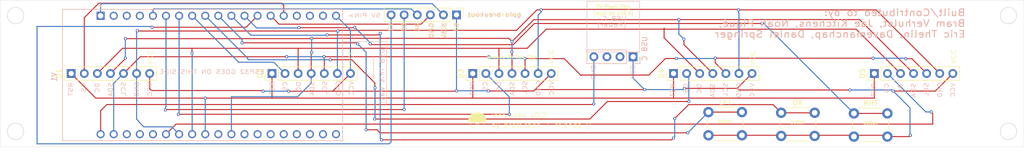
<source format=kicad_pcb>
(kicad_pcb (version 20240108) (generator "pcbnew") (generator_version "8.0")
  (layers (0 "F.Cu" signal) (31 "B.Cu" signal) (34 "B.Paste" user) (35 "F.Paste" user) (36 "B.SilkS" user "B.Silkscreen") (37 "F.SilkS" user "F.Silkscreen") (38 "B.Mask" user) (39 "F.Mask" user) (44 "Edge.Cuts" user))
  (net 0 "")
  (net 1 "Net-(U1-vcc)")
  (net 2 "Net-(V1-GND2)")
  (net 3 "Net-(V1-IO18)")
  (net 4 "Net-(V1-IO23)")
  (net 5 "Net-(V1-IO17)")
  (net 6 "Net-(V1-IO13)")
  (net 7 "Net-(V1-IO19)")
  (net 8 "Net-(V1-IO33)")
  (net 9 "Net-(V1-IO32)")
  (net 10 "Net-(V1-IO25)")
  (net 11 "Net-(V1-IO21)")
  (net 12 "Net-(V1-IO27)")
  (net 13 "Net-(V1-IO26)")
  (net 14 "Net-(V1-IO14)")
  (net 17 "Net-(USBPower1-GND)")
  (net 24 "Net-(U1-gpio12)")
  (net 28 "Net-(U1-gipo34)")
  (net 33 "Net-(U1-3.3v)")
  (net 34 "Net-(U1-gpio35)")
  (net 40 "Net-(U1-GND)")
  (footprint "Connector_PinHeader_2.54mm:PinHeader_1x07_P2.54mm_Vertical" (layer "F.Cu") (at 203.4625 74.25 90)
    (property "Reference" "D5" (at 0 -2.33 -90) (layer "F.SilkS"))
    (property "Value" "~")
    (pad "1" thru_hole rect (at 0 0 90) (size 1.7 1.7) (drill 1) (layers "*.Cu" "*.Mask") (net 3 "Net-(V1-IO18)"))
    (pad "2" thru_hole oval (at 0 2.54 90) (size 1.7 1.7) (drill 1) (layers "*.Cu" "*.Mask") (net 11 "Net-(V1-IO21)"))
    (pad "3" thru_hole oval (at 0 5.08 90) (size 1.7 1.7) (drill 1) (layers "*.Cu" "*.Mask") (net 7 "Net-(V1-IO19)"))
    (pad "4" thru_hole oval (at 0 7.62 90) (size 1.7 1.7) (drill 1) (layers "*.Cu" "*.Mask") (net 5 "Net-(V1-IO17)"))
    (pad "5" thru_hole oval (at 0 10.16 90) (size 1.7 1.7) (drill 1) (layers "*.Cu" "*.Mask") (net 4 "Net-(V1-IO23)"))
    (pad "6" thru_hole oval (at 0 12.7 90) (size 1.7 1.7) (drill 1) (layers "*.Cu" "*.Mask") (net 2 "Net-(V1-GND2)"))
    (pad "7" thru_hole oval (at 0 15.24 90) (size 1.7 1.7) (drill 1) (layers "*.Cu" "*.Mask") (net 1 "Net-(U1-vcc)"))
  )
  (footprint "New folder:beaniegraphioc" (layer "F.Cu") (at 126.36 83.35)
    (property "Reference" "G*" (hide yes))
    (property "Value" "LOGO" (hide yes))
  )
  (footprint "Connector_PinHeader_2.54mm:PinHeader_1x06_P2.54mm_Vertical" (layer "F.Cu") (at 122.32 62.86 -90)
    (property "Reference" "U1" (hide yes))
    (property "Value" "~")
    (pad "1" thru_hole rect (at 0 0 270) (size 1.7 1.7) (drill 1) (layers "*.Cu" "*.Mask") (net 1 "Net-(U1-vcc)"))
    (pad "2" thru_hole oval (at 0 2.54 270) (size 1.7 1.7) (drill 1) (layers "*.Cu" "*.Mask") (net 33 "Net-(U1-3.3v)"))
    (pad "3" thru_hole oval (at 0 5.08 270) (size 1.7 1.7) (drill 1) (layers "*.Cu" "*.Mask") (net 40 "Net-(U1-GND)"))
    (pad "4" thru_hole oval (at 0 7.62 270) (size 1.7 1.7) (drill 1) (layers "*.Cu" "*.Mask") (net 28 "Net-(U1-gipo34)"))
    (pad "5" thru_hole oval (at 0 10.16 270) (size 1.7 1.7) (drill 1) (layers "*.Cu" "*.Mask") (net 34 "Net-(U1-gpio35)"))
    (pad "6" thru_hole oval (at 0 12.7 270) (size 1.7 1.7) (drill 1) (layers "*.Cu" "*.Mask") (net 24 "Net-(U1-gpio12)"))
  )
  (footprint "Connector_PinHeader_2.54mm:PinHeader_1x07_P2.54mm_Vertical" (layer "F.Cu") (at 125.48 74.25 90)
    (property "Reference" "D3" (at 0 -2.33 -90) (layer "F.SilkS"))
    (property "Value" "~")
    (pad "1" thru_hole rect (at 0 0 90) (size 1.7 1.7) (drill 1) (layers "*.Cu" "*.Mask") (net 3 "Net-(V1-IO18)"))
    (pad "2" thru_hole oval (at 0 2.54 90) (size 1.7 1.7) (drill 1) (layers "*.Cu" "*.Mask") (net 9 "Net-(V1-IO32)"))
    (pad "3" thru_hole oval (at 0 5.08 90) (size 1.7 1.7) (drill 1) (layers "*.Cu" "*.Mask") (net 7 "Net-(V1-IO19)"))
    (pad "4" thru_hole oval (at 0 7.62 90) (size 1.7 1.7) (drill 1) (layers "*.Cu" "*.Mask") (net 5 "Net-(V1-IO17)"))
    (pad "5" thru_hole oval (at 0 10.16 90) (size 1.7 1.7) (drill 1) (layers "*.Cu" "*.Mask") (net 4 "Net-(V1-IO23)"))
    (pad "6" thru_hole oval (at 0 12.7 90) (size 1.7 1.7) (drill 1) (layers "*.Cu" "*.Mask") (net 2 "Net-(V1-GND2)"))
    (pad "7" thru_hole oval (at 0 15.24 90) (size 1.7 1.7) (drill 1) (layers "*.Cu" "*.Mask") (net 1 "Net-(U1-vcc)"))
  )
  (footprint "Button_Switch_THT:SW_PUSH_6mm_H5mm" (layer "F.Cu") (at 199.5 82)
    (property "Reference" "RHT" (at 3.25 -2 0) (layer "F.SilkS"))
    (property "Value" "SW_Push")
    (pad "1" thru_hole circle (at 0 0 90) (size 2 2) (drill 1.1) (layers "*.Cu" "*.Mask") (net 14 "Net-(V1-IO14)"))
    (pad "1" thru_hole circle (at 6.5 0 90) (size 2 2) (drill 1.1) (layers "*.Cu" "*.Mask") (net 14 "Net-(V1-IO14)"))
    (pad "2" thru_hole circle (at 0 4.5 90) (size 2 2) (drill 1.1) (layers "*.Cu" "*.Mask") (net 1 "Net-(U1-vcc)"))
    (pad "2" thru_hole circle (at 6.5 4.5 90) (size 2 2) (drill 1.1) (layers "*.Cu" "*.Mask") (net 1 "Net-(U1-vcc)"))
  )
  (footprint "Connector_PinHeader_2.54mm:PinHeader_1x07_P2.54mm_Vertical" (layer "F.Cu") (at 164.47125 74.25 90)
    (property "Reference" "D4" (at 0 -2.33 -90) (layer "F.SilkS"))
    (property "Value" "~")
    (pad "1" thru_hole rect (at 0 0 90) (size 1.7 1.7) (drill 1) (layers "*.Cu" "*.Mask") (net 3 "Net-(V1-IO18)"))
    (pad "2" thru_hole oval (at 0 2.54 90) (size 1.7 1.7) (drill 1) (layers "*.Cu" "*.Mask") (net 10 "Net-(V1-IO25)"))
    (pad "3" thru_hole oval (at 0 5.08 90) (size 1.7 1.7) (drill 1) (layers "*.Cu" "*.Mask") (net 7 "Net-(V1-IO19)"))
    (pad "4" thru_hole oval (at 0 7.62 90) (size 1.7 1.7) (drill 1) (layers "*.Cu" "*.Mask") (net 5 "Net-(V1-IO17)"))
    (pad "5" thru_hole oval (at 0 10.16 90) (size 1.7 1.7) (drill 1) (layers "*.Cu" "*.Mask") (net 4 "Net-(V1-IO23)"))
    (pad "6" thru_hole oval (at 0 12.7 90) (size 1.7 1.7) (drill 1) (layers "*.Cu" "*.Mask") (net 2 "Net-(V1-GND2)"))
    (pad "7" thru_hole oval (at 0 15.24 90) (size 1.7 1.7) (drill 1) (layers "*.Cu" "*.Mask") (net 1 "Net-(U1-vcc)"))
  )
  (footprint "Button_Switch_THT:SW_PUSH_6mm_H5mm" (layer "F.Cu") (at 185.375 81.875)
    (property "Reference" "OK" (at 3.25 -2 0) (layer "F.SilkS"))
    (property "Value" "SW_Push")
    (pad "1" thru_hole circle (at 0 0 90) (size 2 2) (drill 1.1) (layers "*.Cu" "*.Mask") (net 12 "Net-(V1-IO27)"))
    (pad "1" thru_hole circle (at 6.5 0 90) (size 2 2) (drill 1.1) (layers "*.Cu" "*.Mask") (net 12 "Net-(V1-IO27)"))
    (pad "2" thru_hole circle (at 0 4.5 90) (size 2 2) (drill 1.1) (layers "*.Cu" "*.Mask") (net 1 "Net-(U1-vcc)"))
    (pad "2" thru_hole circle (at 6.5 4.5 90) (size 2 2) (drill 1.1) (layers "*.Cu" "*.Mask") (net 1 "Net-(U1-vcc)"))
  )
  (footprint "Connector_PinHeader_2.54mm:PinHeader_1x07_P2.54mm_Vertical" (layer "F.Cu") (at 86.48875 74.25 90)
    (property "Reference" "D2" (at 0 -2.33 -90) (layer "F.SilkS"))
    (property "Value" "~")
    (pad "1" thru_hole rect (at 0 0 90) (size 1.7 1.7) (drill 1) (layers "*.Cu" "*.Mask") (net 3 "Net-(V1-IO18)"))
    (pad "2" thru_hole oval (at 0 2.54 90) (size 1.7 1.7) (drill 1) (layers "*.Cu" "*.Mask") (net 8 "Net-(V1-IO33)"))
    (pad "3" thru_hole oval (at 0 5.08 90) (size 1.7 1.7) (drill 1) (layers "*.Cu" "*.Mask") (net 7 "Net-(V1-IO19)"))
    (pad "4" thru_hole oval (at 0 7.62 90) (size 1.7 1.7) (drill 1) (layers "*.Cu" "*.Mask") (net 5 "Net-(V1-IO17)"))
    (pad "5" thru_hole oval (at 0 10.16 90) (size 1.7 1.7) (drill 1) (layers "*.Cu" "*.Mask") (net 4 "Net-(V1-IO23)"))
    (pad "6" thru_hole oval (at 0 12.7 90) (size 1.7 1.7) (drill 1) (layers "*.Cu" "*.Mask") (net 2 "Net-(V1-GND2)"))
    (pad "7" thru_hole oval (at 0 15.24 90) (size 1.7 1.7) (drill 1) (layers "*.Cu" "*.Mask") (net 1 "Net-(U1-vcc)"))
  )
  (footprint "Connector_PinHeader_2.54mm:PinHeader_1x07_P2.54mm_Vertical" (layer "F.Cu") (at 47.4975 74.25 90)
    (property "Reference" "D1" (at 0 -2.33 -90) (layer "F.SilkS"))
    (property "Value" "~")
    (pad "1" thru_hole rect (at 0 0 90) (size 1.7 1.7) (drill 1) (layers "*.Cu" "*.Mask") (net 3 "Net-(V1-IO18)"))
    (pad "2" thru_hole oval (at 0 2.54 90) (size 1.7 1.7) (drill 1) (layers "*.Cu" "*.Mask") (net 6 "Net-(V1-IO13)"))
    (pad "3" thru_hole oval (at 0 5.08 90) (size 1.7 1.7) (drill 1) (layers "*.Cu" "*.Mask") (net 7 "Net-(V1-IO19)"))
    (pad "4" thru_hole oval (at 0 7.62 90) (size 1.7 1.7) (drill 1) (layers "*.Cu" "*.Mask") (net 5 "Net-(V1-IO17)"))
    (pad "5" thru_hole oval (at 0 10.16 90) (size 1.7 1.7) (drill 1) (layers "*.Cu" "*.Mask") (net 4 "Net-(V1-IO23)"))
    (pad "6" thru_hole oval (at 0 12.7 90) (size 1.7 1.7) (drill 1) (layers "*.Cu" "*.Mask") (net 2 "Net-(V1-GND2)"))
    (pad "7" thru_hole oval (at 0 15.24 90) (size 1.7 1.7) (drill 1) (layers "*.Cu" "*.Mask") (net 1 "Net-(U1-vcc)"))
  )
  (footprint "Button_Switch_THT:SW_PUSH_6mm_H5mm" (layer "F.Cu") (at 171.25 81.75)
    (property "Reference" "LFT" (at 3.25 -2 0) (layer "F.SilkS"))
    (property "Value" "SW_Push")
    (pad "1" thru_hole circle (at 0 0 90) (size 2 2) (drill 1.1) (layers "*.Cu" "*.Mask") (net 13 "Net-(V1-IO26)"))
    (pad "1" thru_hole circle (at 6.5 0 90) (size 2 2) (drill 1.1) (layers "*.Cu" "*.Mask") (net 13 "Net-(V1-IO26)"))
    (pad "2" thru_hole circle (at 0 4.5 90) (size 2 2) (drill 1.1) (layers "*.Cu" "*.Mask") (net 1 "Net-(U1-vcc)"))
    (pad "2" thru_hole circle (at 6.5 4.5 90) (size 2 2) (drill 1.1) (layers "*.Cu" "*.Mask") (net 1 "Net-(U1-vcc)"))
  )
  (footprint "Connector_PinHeader_2.54mm:PinHeader_1x04_P2.54mm_Vertical" (layer "B.Cu") (at 156.615 71 90)
    (property "Reference" "USB C" (at 1.59 2.235 -90) (layer "B.SilkS") (effects (justify mirror)))
    (property "Value" "~")
    (pad "1" thru_hole rect (at 0 0 90) (size 1.7 1.7) (drill 1) (layers "*.Cu" "*.Mask") (net 1 "Net-(U1-vcc)"))
    (pad "2" thru_hole oval (at 0 -2.54 90) (size 1.7 1.7) (drill 1) (layers "*.Cu" "*.Mask"))
    (pad "3" thru_hole oval (at 0 -5.08 90) (size 1.7 1.7) (drill 1) (layers "*.Cu" "*.Mask"))
    (pad "4" thru_hole oval (at 0 -7.62 90) (size 1.7 1.7) (drill 1) (layers "*.Cu" "*.Mask") (net 17 "Net-(USBPower1-GND)"))
  )
  (footprint "New folder:38 Pin Board" (layer "B.Cu") (at 72.97 75.7375 -90)
    (property "Reference" "V1" (at -0.8 28.8 90) (layer "B.SilkS") (effects (font (size 1.000386 1.000386)) (justify mirror)))
    (property "Value" "ESP32-DEVKITC-32D")
    (pad "J2-1" thru_hole rect (at -12.7 19.76 270) (size 1.56 1.56) (drill 1.04) (layers "*.Cu" "*.Mask") (net 33 "Net-(U1-3.3v)"))
    (pad "J2-2" thru_hole circle (at -12.7 17.22 270) (size 1.56 1.56) (drill 1.04) (layers "*.Cu" "*.Mask"))
    (pad "J2-3" thru_hole circle (at -12.7 14.68 270) (size 1.56 1.56) (drill 1.04) (layers "*.Cu" "*.Mask"))
    (pad "J2-4" thru_hole circle (at -12.7 12.14 270) (size 1.56 1.56) (drill 1.04) (layers "*.Cu" "*.Mask"))
    (pad "J2-5" thru_hole circle (at -12.7 9.6 270) (size 1.56 1.56) (drill 1.04) (layers "*.Cu" "*.Mask") (net 28 "Net-(U1-gipo34)"))
    (pad "J2-6" thru_hole circle (at -12.7 7.06 270) (size 1.56 1.56) (drill 1.04) (layers "*.Cu" "*.Mask") (net 34 "Net-(U1-gpio35)"))
    (pad "J2-7" thru_hole circle (at -12.7 4.52 270) (size 1.56 1.56) (drill 1.04) (layers "*.Cu" "*.Mask") (net 9 "Net-(V1-IO32)"))
    (pad "J2-8" thru_hole circle (at -12.7 1.98 270) (size 1.56 1.56) (drill 1.04) (layers "*.Cu" "*.Mask") (net 8 "Net-(V1-IO33)"))
    (pad "J2-9" thru_hole circle (at -12.7 -0.56 270) (size 1.56 1.56) (drill 1.04) (layers "*.Cu" "*.Mask") (net 10 "Net-(V1-IO25)"))
    (pad "J2-10" thru_hole circle (at -12.7 -3.1 270) (size 1.56 1.56) (drill 1.04) (layers "*.Cu" "*.Mask") (net 13 "Net-(V1-IO26)"))
    (pad "J2-11" thru_hole circle (at -12.7 -5.64 270) (size 1.56 1.56) (drill 1.04) (layers "*.Cu" "*.Mask") (net 12 "Net-(V1-IO27)"))
    (pad "J2-12" thru_hole circle (at -12.7 -8.18 270) (size 1.56 1.56) (drill 1.04) (layers "*.Cu" "*.Mask") (net 14 "Net-(V1-IO14)"))
    (pad "J2-13" thru_hole circle (at -12.7 -10.72 270) (size 1.56 1.56) (drill 1.04) (layers "*.Cu" "*.Mask") (net 24 "Net-(U1-gpio12)"))
    (pad "J2-14" thru_hole circle (at -12.7 -13.26 270) (size 1.56 1.56) (drill 1.04) (layers "*.Cu" "*.Mask") (net 40 "Net-(U1-GND)"))
    (pad "J2-15" thru_hole circle (at -12.7 -15.8 270) (size 1.56 1.56) (drill 1.04) (layers "*.Cu" "*.Mask") (net 6 "Net-(V1-IO13)"))
    (pad "J2-16" thru_hole circle (at -12.7 -18.34 270) (size 1.56 1.56) (drill 1.04) (layers "*.Cu" "*.Mask"))
    (pad "J2-17" thru_hole circle (at -12.7 -20.88 270) (size 1.56 1.56) (drill 1.04) (layers "*.Cu" "*.Mask"))
    (pad "J2-18" thru_hole circle (at -12.7 -23.42 270) (size 1.56 1.56) (drill 1.04) (layers "*.Cu" "*.Mask"))
    (pad "J2-19" thru_hole circle (at -12.7 -25.96 270) (size 1.56 1.56) (drill 1.04) (layers "*.Cu" "*.Mask") (net 1 "Net-(U1-vcc)"))
    (pad "J3-1" thru_hole circle (at 10.3 19.76 270) (size 1.56 1.56) (drill 1.04) (layers "*.Cu" "*.Mask") (net 17 "Net-(USBPower1-GND)"))
    (pad "J3-2" thru_hole circle (at 10.3 17.22 270) (size 1.56 1.56) (drill 1.04) (layers "*.Cu" "*.Mask") (net 4 "Net-(V1-IO23)"))
    (pad "J3-3" thru_hole circle (at 10.3 14.68 270) (size 1.56 1.56) (drill 1.04) (layers "*.Cu" "*.Mask"))
    (pad "J3-4" thru_hole circle (at 10.3 12.14 270) (size 1.56 1.56) (drill 1.04) (layers "*.Cu" "*.Mask"))
    (pad "J3-5" thru_hole circle (at 10.3 9.6 270) (size 1.56 1.56) (drill 1.04) (layers "*.Cu" "*.Mask"))
    (pad "J3-6" thru_hole circle (at 10.3 7.06 270) (size 1.56 1.56) (drill 1.04) (layers "*.Cu" "*.Mask") (net 11 "Net-(V1-IO21)"))
    (pad "J3-7" thru_hole circle (at 10.3 4.52 270) (size 1.56 1.56) (drill 1.04) (layers "*.Cu" "*.Mask") (net 2 "Net-(V1-GND2)"))
    (pad "J3-8" thru_hole circle (at 10.3 1.98 270) (size 1.56 1.56) (drill 1.04) (layers "*.Cu" "*.Mask") (net 7 "Net-(V1-IO19)"))
    (pad "J3-9" thru_hole circle (at 10.3 -0.56 270) (size 1.56 1.56) (drill 1.04) (layers "*.Cu" "*.Mask") (net 3 "Net-(V1-IO18)"))
    (pad "J3-10" thru_hole circle (at 10.3 -3.1 270) (size 1.56 1.56) (drill 1.04) (layers "*.Cu" "*.Mask"))
    (pad "J3-11" thru_hole circle (at 10.3 -5.64 270) (size 1.56 1.56) (drill 1.04) (layers "*.Cu" "*.Mask") (net 5 "Net-(V1-IO17)"))
    (pad "J3-12" thru_hole circle (at 10.3 -8.18 270) (size 1.56 1.56) (drill 1.04) (layers "*.Cu" "*.Mask"))
    (pad "J3-13" thru_hole circle (at 10.3 -10.72 270) (size 1.56 1.56) (drill 1.04) (layers "*.Cu" "*.Mask"))
    (pad "J3-14" thru_hole circle (at 10.3 -13.26 270) (size 1.56 1.56) (drill 1.04) (layers "*.Cu" "*.Mask"))
    (pad "J3-15" thru_hole circle (at 10.3 -15.8 270) (size 1.56 1.56) (drill 1.04) (layers "*.Cu" "*.Mask"))
    (pad "J3-16" thru_hole circle (at 10.3 -18.34 270) (size 1.56 1.56) (drill 1.04) (layers "*.Cu" "*.Mask"))
    (pad "J3-17" thru_hole circle (at 10.3 -20.88 270) (size 1.56 1.56) (drill 1.04) (layers "*.Cu" "*.Mask"))
    (pad "J3-18" thru_hole circle (at 10.3 -23.42 270) (size 1.56 1.56) (drill 1.04) (layers "*.Cu" "*.Mask"))
    (pad "J3-19" thru_hole circle (at 10.3 -25.96 270) (size 1.56 1.56) (drill 1.04) (layers "*.Cu" "*.Mask"))
  )
  (gr_rect (start 100.245 68.05) (end 108.715 80.3725) (stroke (width 0.1)) (fill none) (layer "B.SilkS"))
  (gr_rect (start 147.64 60.23) (end 157.88 70.08) (stroke (width 0.1)) (fill none) (layer "B.SilkS"))
  (gr_circle (center 36.696 85.5) (end 38.296 85.5) (stroke (width 0.1)) (fill none) (layer "Edge.Cuts"))
  (gr_circle (center 229.514 63) (end 231.114 63) (stroke (width 0.1)) (fill none) (layer "Edge.Cuts"))
  (gr_circle (center 36.696 63) (end 38.296 63) (stroke (width 0.1)) (fill none) (layer "Edge.Cuts"))
  (gr_circle (center 229.514 85.5) (end 231.114 85.5) (stroke (width 0.1)) (fill none) (layer "Edge.Cuts"))
  (gr_rect (start 33.696 60) (end 232.514 88.5) (stroke (width 0.05)) (fill none) (layer "Edge.Cuts"))
  (gr_text "12" (at 109.94 64.11 90) (layer "B.SilkS") (effects (font (size 0.8 1) (thickness 0.1)) (justify left bottom mirror)))
  (gr_text "DC" (at 53.02 75.97 90) (layer "B.SilkS") (effects (font (size 0.8 1) (thickness 0.1)) (justify left bottom mirror)))
  (gr_text "USB C\n(Power)\n\n" (at 155.42 66.62 0) (layer "B.SilkS") (effects (font (size 0.8 1) (thickness 0.1)) (justify left bottom mirror)))
  (gr_text "GND" (at 60.7 75.72 90) (layer "B.SilkS") (effects (font (size 0.8 1) (thickness 0.1)) (justify left bottom mirror)))
  (gr_text "5V PIN>" (at 107.63 63.44 0) (layer "B.SilkS") (effects (font (size 0.8 1) (thickness 0.1)) (justify left bottom mirror)))
  (gr_text "GND" (at 138.7 75.5 90) (layer "B.SilkS") (effects (font (size 0.8 1) (thickness 0.1)) (justify left bottom mirror)))
  (gr_text "RST\n" (at 87.01 75.7 90) (layer "B.SilkS") (effects (font (size 0.8 1) (thickness 0.1)) (justify left bottom mirror)))
  (gr_text "RST\n" (at 164.8 76.08 90) (layer "B.SilkS") (effects (font (size 0.8 1) (thickness 0.1)) (justify left bottom mirror)))
  (gr_text "GND" (at 216.63 75.85 90) (layer "B.SilkS") (effects (font (size 0.8 1) (thickness 0.1)) (justify left bottom mirror)))
  (gr_text "34\n" (at 115.22 64.28 90) (layer "B.SilkS") (effects (font (size 0.8 1) (thickness 0.1)) (justify left bottom mirror)))
  (gr_text "DC" (at 169.94 76.14 90) (layer "B.SilkS") (effects (font (size 0.8 1) (thickness 0.1)) (justify left bottom mirror)))
  (gr_text "35" (at 112.69 64.19 90) (layer "B.SilkS") (effects (font (size 0.8 1) (thickness 0.1)) (justify left bottom mirror)))
  (gr_text "VCC" (at 156.06 75.48 -90) (layer "B.SilkS") (effects (font (size 0.8 1) (thickness 0.1)) (justify left bottom mirror)))
  (gr_text "SCL" (at 58.1 75.78 90) (layer "B.SilkS") (effects (font (size 0.8 1) (thickness 0.1)) (justify left bottom mirror)))
  (gr_text "SCL" (at 97.23 75.57 90) (layer "B.SilkS") (effects (font (size 0.8 1) (thickness 0.1)) (justify left bottom mirror)))
  (gr_text "VCC" (at 141.25 75.6 90) (layer "B.SilkS") (effects (font (size 0.8 1) (thickness 0.1)) (justify left bottom mirror)))
  (gr_text "VCC" (at 219.18 75.95 90) (layer "B.SilkS") (effects (font (size 0.8 1) (thickness 0.1)) (justify left bottom mirror)))
  (gr_text "GND\n" (at 148.42 75.57 270) (layer "B.SilkS") (effects (font (size 0.8 1) (thickness 0.1)) (justify left bottom mirror)))
  (gr_text "SDA" (at 172.54 76.08 90) (layer "B.SilkS") (effects (font (size 0.8 1) (thickness 0.1)) (justify left bottom mirror)))
  (gr_text "CS" (at 128.36 75.69 90) (layer "B.SilkS") (effects (font (size 0.8 1) (thickness 0.1)) (justify left bottom mirror)))
  (gr_text "SDA" (at 94.75 75.7 90) (layer "B.SilkS") (effects (font (size 0.8 1) (thickness 0.1)) (justify left bottom mirror)))
  (gr_text "DC" (at 131.02 75.75 90) (layer "B.SilkS") (effects (font (size 0.8 1) (thickness 0.1)) (justify left bottom mirror)))
  (gr_text "SCL" (at 214.03 75.91 90) (layer "B.SilkS") (effects (font (size 0.8 1) (thickness 0.1)) (justify left bottom mirror)))
  (gr_text "VCC" (at 63.25 75.82 90) (layer "B.SilkS") (effects (font (size 0.8 1) (thickness 0.1)) (justify left bottom mirror)))
  (gr_text "CS" (at 89.49 75.7 90) (layer "B.SilkS") (effects (font (size 0.8 1) (thickness 0.1)) (justify left bottom mirror)))
  (gr_text "SCL" (at 136.1 75.56 90) (layer "B.SilkS") (effects (font (size 0.8 1) (thickness 0.1)) (justify left bottom mirror)))
  (gr_text "CS" (at 206.29 76.04 90) (layer "B.SilkS") (effects (font (size 0.8 1) (thickness 0.1)) (justify left bottom mirror)))
  (gr_text "VCC" (at 102.38 75.61 90) (layer "B.SilkS") (effects (font (size 0.8 1) (thickness 0.1)) (justify left bottom mirror)))
  (gr_text "Built/Contributed to by:\nBram Verhulst, Jae Kitchens, Noah Piqué,\nEric Thelin, Davemanchap, Daniel Springer\n" (at 221.26 67.37 0) (layer "B.SilkS") (effects (font (size 1.3 1.5) (thickness 0.2)) (justify left bottom mirror)))
  (gr_text "CS" (at 50.36 75.91 90) (layer "B.SilkS") (effects (font (size 0.8 1) (thickness 0.1)) (justify left bottom mirror)))
  (gr_text "5v\n" (at 122.78 64.34 90) (layer "B.SilkS") (effects (font (size 0.8 1) (thickness 0.1)) (justify left bottom mirror)))
  (gr_text "CS" (at 167.28 76.08 90) (layer "B.SilkS") (effects (font (size 0.8 1) (thickness 0.1)) (justify left bottom mirror)))
  (gr_text "SDA" (at 211.55 76.04 90) (layer "B.SilkS") (effects (font (size 0.8 1) (thickness 0.1)) (justify left bottom mirror)))
  (gr_text "GND" (at 177.62 75.89 90) (layer "B.SilkS") (effects (font (size 0.8 1) (thickness 0.1)) (justify left bottom mirror)))
  (gr_text "RST\n" (at 125.88 75.69 90) (layer "B.SilkS") (effects (font (size 0.8 1) (thickness 0.1)) (justify left bottom mirror)))
  (gr_text "GND" (at 99.83 75.51 90) (layer "B.SilkS") (effects (font (size 0.8 1) (thickness 0.1)) (justify left bottom mirror)))
  (gr_text "VCC" (at 180.17 75.99 90) (layer "B.SilkS") (effects (font (size 0.8 1) (thickness 0.1)) (justify left bottom mirror)))
  (gr_text "SCL" (at 175.02 75.95 90) (layer "B.SilkS") (effects (font (size 0.8 1) (thickness 0.1)) (justify left bottom mirror)))
  (gr_text "3.3v\n" (at 120.39 64.22 90) (layer "B.SilkS") (effects (font (size 0.8 1) (thickness 0.1)) (justify left bottom mirror)))
  (gr_text "SDA" (at 133.62 75.69 90) (layer "B.SilkS") (effects (font (size 0.8 1) (thickness 0.1)) (justify left bottom mirror)))
  (gr_text "GND\n" (at 117.94 64.36 90) (layer "B.SilkS") (effects (font (size 0.8 1) (thickness 0.1)) (justify left bottom mirror)))
  (gr_text "DC" (at 208.95 76.1 90) (layer "B.SilkS") (effects (font (size 0.8 1) (thickness 0.1)) (justify left bottom mirror)))
  (gr_text "ESP32 GOES ON THIS SIDE" (at 85.07 74.39 0) (layer "B.SilkS") (effects (font (size 0.8 1) (thickness 0.1)) (justify left bottom mirror)))
  (gr_text "RST\n" (at 203.81 76.04 90) (layer "B.SilkS") (effects (font (size 0.8 1) (thickness 0.1)) (justify left bottom mirror)))
  (gr_text "^^^^^^^^^^^^^\n!USB This Way!\n" (at 108.38 74.45 90) (layer "B.SilkS") (effects (font (size 0.8 1) (thickness 0.1)) (justify bottom mirror)))
  (gr_text "SDA" (at 55.62 75.91 90) (layer "B.SilkS") (effects (font (size 0.8 1) (thickness 0.1)) (justify left bottom mirror)))
  (gr_text "gpio breakout" (at 135 63.28 0) (layer "B.SilkS") (effects (font (size 0.8 1) (thickness 0.1)) (justify left bottom mirror)))
  (gr_text "DC" (at 92.15 75.76 90) (layer "B.SilkS") (effects (font (size 0.8 1) (thickness 0.1)) (justify left bottom mirror)))
  (gr_text "RST\n" (at 47.88 75.91 90) (layer "B.SilkS") (effects (font (size 0.8 1) (thickness 0.1)) (justify left bottom mirror)))
  (gr_text "3.3v\n" (at 120.26 67.48 90) (layer "F.SilkS") (effects (font (size 0.8 1) (thickness 0.1)) (justify left bottom)))
  (gr_text "VCC" (at 102.36 72.48 90) (layer "F.SilkS") (effects (font (size 0.8 1) (thickness 0.1)) (justify left bottom)))
  (gr_text "button\n" (at 174.5 84 0) (layer "F.SilkS") (effects (font (size 0.8 0.6) (thickness 0.1)) (justify bottom)))
  (gr_text "button\n" (at 188.625 84.125 0) (layer "F.SilkS") (effects (font (size 0.8 0.6) (thickness 0.1)) (justify bottom)))
  (gr_text "5V Power Only\n(must be USB A)\n" (at 152.79 63.03 0) (layer "F.SilkS") (effects (font (size 0.8 0.6) (thickness 0.1)) (justify bottom)))
  (gr_text "VCC" (at 63.33 72.56 90) (layer "F.SilkS") (effects (font (size 0.8 1) (thickness 0.1)) (justify left bottom)))
  (gr_text "12" (at 109.98 66.31 90) (layer "F.SilkS") (effects (font (size 0.8 1) (thickness 0.1)) (justify left bottom)))
  (gr_text "34\n" (at 115.14 66.23 90) (layer "F.SilkS") (effects (font (size 0.8 1) (thickness 0.1)) (justify left bottom)))
  (gr_text "VCC" (at 141.2 72.48 90) (layer "F.SilkS") (effects (font (size 0.8 1) (thickness 0.1)) (justify left bottom)))
  (gr_text "5v\n" (at 122.73 66.11 90) (layer "F.SilkS") (effects (font (size 0.8 1) (thickness 0.1)) (justify left bottom)))
  (gr_text "GND\n" (at 117.81 67.34 90) (layer "F.SilkS") (effects (font (size 0.8 1) (thickness 0.1)) (justify left bottom)))
  (gr_text "by brett.tech + friends (:" (at 129.03 84.84 0) (layer "F.SilkS") (effects (font (size 1 1) (thickness 0.1)) (justify left bottom)))
  (gr_text "button\n" (at 202.75 84.25 0) (layer "F.SilkS") (effects (font (size 0.8 0.6) (thickness 0.1)) (justify bottom)))
  (gr_text "gpio breakout" (at 124.37 63.22 0) (layer "F.SilkS") (effects (font (size 0.8 1) (thickness 0.1)) (justify left bottom)))
  (gr_text "Screens On This Side" (at 133.03 71.58 0) (layer "F.SilkS") (effects (font (size 0.8 0.6) (thickness 0.1)) (justify bottom)))
  (gr_text "info orbs v0.2" (at 129.03 82.98 0) (layer "F.SilkS") (effects (font (size 1 1) (thickness 0.1)) (justify left bottom)))
  (gr_text "35" (at 112.55 66.28 90) (layer "F.SilkS") (effects (font (size 0.8 1) (thickness 0.1)) (justify left bottom)))
  (gr_text "VCC" (at 219.36 72.45 90) (layer "F.SilkS") (effects (font (size 0.8 1) (thickness 0.1)) (justify left bottom)))
  (gr_text "VCC" (at 180.28 72.76 90) (layer "F.SilkS") (effects (font (size 0.8 1) (thickness 0.1)) (justify left bottom)))
  (segment (start 207.13 77.66) (end 215.2925 77.66) (width 0.2) (layer "F.Cu") (net 1))
  (segment (start 98.28875 77.69) (end 101.72875 74.25) (width 0.2) (layer "F.Cu") (net 1))
  (segment (start 62.7375 74.25) (end 62.7375 77.2275) (width 0.2) (layer "F.Cu") (net 1))
  (segment (start 205.75 86.25) (end 206 86.5) (width 0.2) (layer "F.Cu") (net 1))
  (segment (start 62.7375 77.2275) (end 63.07 77.56) (width 0.2) (layer "F.Cu") (net 1))
  (segment (start 176.82125 77.14) (end 179.71125 74.25) (width 0.2) (layer "F.Cu") (net 1))
  (segment (start 89.72 77.69) (end 98.28875 77.69) (width 0.2) (layer "F.Cu") (net 1))
  (segment (start 206 86.5) (end 210.21 86.5) (width 0.2) (layer "F.Cu") (net 1))
  (segment (start 171.25 86.25) (end 205.75 86.25) (width 0.2) (layer "F.Cu") (net 1))
  (segment (start 128.5 77.64) (end 137.33 77.64) (width 0.2) (layer "F.Cu") (net 1))
  (segment (start 84.62 77.56) (end 84.75 77.69) (width 0.2) (layer "F.Cu") (net 1))
  (segment (start 137.6 77.37) (end 158.84 77.37) (width 0.2) (layer "F.Cu") (net 1))
  (segment (start 98.28875 77.69) (end 122.22 77.69) (width 0.2) (layer "F.Cu") (net 1))
  (segment (start 177.13125 77.45) (end 198.73 77.45) (width 0.2) (layer "F.Cu") (net 1))
  (segment (start 176.82125 77.14) (end 177.13125 77.45) (width 0.2) (layer "F.Cu") (net 1))
  (segment (start 137.33 77.64) (end 137.6 77.37) (width 0.2) (layer "F.Cu") (net 1))
  (segment (start 215.2925 77.66) (end 218.7025 74.25) (width 0.2) (layer "F.Cu") (net 1))
  (segment (start 122.22 77.69) (end 122.31 77.6) (width 0.2) (layer "F.Cu") (net 1))
  (segment (start 166.59 77.14) (end 176.82125 77.14) (width 0.2) (layer "F.Cu") (net 1))
  (segment (start 63.07 77.56) (end 84.62 77.56) (width 0.2) (layer "F.Cu") (net 1))
  (segment (start 210.21 86.5) (end 210.45 86.26) (width 0.2) (layer "F.Cu") (net 1))
  (segment (start 137.33 77.64) (end 140.72 74.25) (width 0.2) (layer "F.Cu") (net 1))
  (via (at 158.84 77.37) (size 0.6) (drill 0.3) (layers "F.Cu" "B.Cu") (net 1))
  (via (at 198.73 77.45) (size 0.6) (drill 0.3) (layers "F.Cu" "B.Cu") (net 1))
  (via (at 210.45 86.26) (size 0.6) (drill 0.3) (layers "F.Cu" "B.Cu") (net 1))
  (via (at 89.72 77.69) (size 0.6) (drill 0.3) (layers "F.Cu" "B.Cu") (net 1))
  (via (at 84.75 77.69) (size 0.6) (drill 0.3) (layers "F.Cu" "B.Cu") (net 1))
  (via (at 128.5 77.64) (size 0.6) (drill 0.3) (layers "F.Cu" "B.Cu") (net 1))
  (via (at 122.31 77.6) (size 0.6) (drill 0.3) (layers "F.Cu" "B.Cu") (net 1))
  (via (at 207.13 77.66) (size 0.6) (drill 0.3) (layers "F.Cu" "B.Cu") (net 1))
  (via (at 166.59 77.14) (size 0.6) (drill 0.3) (layers "F.Cu" "B.Cu") (net 1))
  (segment (start 122.32 77.59) (end 122.31 77.6) (width 0.2) (layer "B.Cu") (net 1))
  (segment (start 166.36 77.37) (end 166.59 77.14) (width 0.2) (layer "B.Cu") (net 1))
  (segment (start 101.72875 65.83625) (end 101.72875 74.25) (width 0.2) (layer "B.Cu") (net 1))
  (segment (start 158.84 77.37) (end 156.615 75.145) (width 0.2) (layer "B.Cu") (net 1))
  (segment (start 206.92 77.45) (end 207.13 77.66) (width 0.2) (layer "B.Cu") (net 1))
  (segment (start 122.32 62.86) (end 122.32 77.59) (width 0.2) (layer "B.Cu") (net 1))
  (segment (start 210.39 80.92) (end 207.13 77.66) (width 0.2) (layer "B.Cu") (net 1))
  (segment (start 158.84 77.37) (end 166.36 77.37) (width 0.2) (layer "B.Cu") (net 1))
  (segment (start 210.39 86.2) (end 210.39 80.92) (width 0.2) (layer "B.Cu") (net 1))
  (segment (start 122.31 77.6) (end 128.46 77.6) (width 0.2) (layer "B.Cu") (net 1))
  (segment (start 128.46 77.6) (end 128.5 77.64) (width 0.2) (layer "B.Cu") (net 1))
  (segment (start 210.45 86.26) (end 210.39 86.2) (width 0.2) (layer "B.Cu") (net 1))
  (segment (start 84.75 77.69) (end 89.72 77.69) (width 0.2) (layer "B.Cu") (net 1))
  (segment (start 98.93 63.0375) (end 101.72875 65.83625) (width 0.2) (layer "B.Cu") (net 1))
  (segment (start 198.73 77.45) (end 206.92 77.45) (width 0.2) (layer "B.Cu") (net 1))
  (segment (start 156.615 75.145) (end 156.615 71) (width 0.2) (layer "B.Cu") (net 1))
  (segment (start 60.38 66) (end 60.34 65.96) (width 0.2) (layer "F.Cu") (net 2))
  (segment (start 99.42 65.87) (end 133.97 65.87) (width 0.2) (layer "F.Cu") (net 2))
  (segment (start 138.85 61.8) (end 138.76 61.89) (width 0.2) (layer "F.Cu") (net 2))
  (segment (start 216.1625 74.25) (end 203.8025 61.89) (width 0.2) (layer "F.Cu") (net 2))
  (segment (start 99.29 66) (end 99.42 65.87) (width 0.2) (layer "F.Cu") (net 2))
  (segment (start 99.29 66) (end 60.38 66) (width 0.2) (layer "F.Cu") (net 2))
  (segment (start 203.8025 61.89) (end 177.1 61.89) (width 0.2) (layer "F.Cu") (net 2))
  (segment (start 177.1 61.89) (end 177.01 61.8) (width 0.2) (layer "F.Cu") (net 2))
  (segment (start 177.01 61.8) (end 138.85 61.8) (width 0.2) (layer "F.Cu") (net 2))
  (segment (start 133.97 65.87) (end 137.95 61.89) (width 0.2) (layer "F.Cu") (net 2))
  (segment (start 137.95 61.89) (end 138.76 61.89) (width 0.2) (layer "F.Cu") (net 2))
  (via (at 99.29 66) (size 0.6) (drill 0.3) (layers "F.Cu" "B.Cu") (net 2))
  (via (at 177.1 61.89) (size 0.6) (drill 0.3) (layers "F.Cu" "B.Cu") (net 2))
  (via (at 138.76 61.89) (size 0.6) (drill 0.3) (layers "F.Cu" "B.Cu") (net 2))
  (via (at 60.34 65.96) (size 0.6) (drill 0.3) (layers "F.Cu" "B.Cu") (net 2))
  (segment (start 99.18875 66.10125) (end 99.18875 74.25) (width 0.2) (layer "B.Cu") (net 2))
  (segment (start 99.29 66) (end 99.18875 66.10125) (width 0.2) (layer "B.Cu") (net 2))
  (segment (start 177.1 62.41) (end 177.17125 62.48125) (width 0.2) (layer "B.Cu") (net 2))
  (segment (start 138.18 62.9) (end 138.18 74.25) (width 0.2) (layer "B.Cu") (net 2))
  (segment (start 60.69 83.6) (end 60.1975 83.1075) (width 0.2) (layer "B.Cu") (net 2))
  (segment (start 177.17125 62.48125) (end 177.17125 74.25) (width 0.2) (layer "B.Cu") (net 2))
  (segment (start 61.59 84.61) (end 60.69 83.71) (width 0.2) (layer "B.Cu") (net 2))
  (segment (start 60.1975 83.1075) (end 60.1975 74.25) (width 0.2) (layer "B.Cu") (net 2))
  (segment (start 138.76 62.32) (end 138.18 62.9) (width 0.2) (layer "B.Cu") (net 2))
  (segment (start 60.34 65.96) (end 60.1975 66.1025) (width 0.2) (layer "B.Cu") (net 2))
  (segment (start 68.45 86.0375) (end 67.0225 84.61) (width 0.2) (layer "B.Cu") (net 2))
  (segment (start 177.1 61.89) (end 177.1 62.41) (width 0.2) (layer "B.Cu") (net 2))
  (segment (start 60.69 83.71) (end 60.69 83.6) (width 0.2) (layer "B.Cu") (net 2))
  (segment (start 60.1975 66.1025) (end 60.1975 74.25) (width 0.2) (layer "B.Cu") (net 2))
  (segment (start 67.0225 84.61) (end 61.59 84.61) (width 0.2) (layer "B.Cu") (net 2))
  (segment (start 138.76 61.89) (end 138.76 62.32) (width 0.2) (layer "B.Cu") (net 2))
  (segment (start 164.41 79.03) (end 203.52 79.03) (width 0.2) (layer "F.Cu") (net 3))
  (segment (start 73.53 79.03) (end 86.48 79.03) (width 0.2) (layer "F.Cu") (net 3))
  (segment (start 86.48875 79.02125) (end 86.48 79.03) (width 0.2) (layer "F.Cu") (net 3))
  (segment (start 125.29 79.03) (end 164.41 79.03) (width 0.2) (layer "F.Cu") (net 3))
  (segment (start 203.52 79.03) (end 203.4625 78.9725) (width 0.2) (layer "F.Cu") (net 3))
  (segment (start 125.48 74.25) (end 125.48 78.84) (width 0.2) (layer "F.Cu") (net 3))
  (segment (start 86.48875 74.25) (end 86.48875 79.02125) (width 0.2) (layer "F.Cu") (net 3))
  (segment (start 52.2775 79.03) (end 73.53 79.03) (width 0.2) (layer "F.Cu") (net 3))
  (segment (start 164.47125 78.96875) (end 164.41 79.03) (width 0.2) (layer "F.Cu") (net 3))
  (segment (start 47.4975 74.25) (end 52.2775 79.03) (width 0.2) (layer "F.Cu") (net 3))
  (segment (start 86.48 79.03) (end 125.29 79.03) (width 0.2) (layer "F.Cu") (net 3))
  (segment (start 164.47125 74.25) (end 164.47125 78.96875) (width 0.2) (layer "F.Cu") (net 3))
  (segment (start 125.48 78.84) (end 125.29 79.03) (width 0.2) (layer "F.Cu") (net 3))
  (segment (start 203.4625 78.9725) (end 203.4625 74.25) (width 0.2) (layer "F.Cu") (net 3))
  (via (at 73.53 79.03) (size 0.6) (drill 0.3) (layers "F.Cu" "B.Cu") (net 3))
  (segment (start 73.53 86.0375) (end 73.53 79.03) (width 0.2) (layer "B.Cu") (net 3))
  (segment (start 172.57 72.18875) (end 174.63125 74.25) (width 0.2) (layer "F.Cu") (net 4))
  (segment (start 159.68 74.55) (end 162.9 71.33) (width 0.2) (layer "F.Cu") (net 4))
  (segment (start 210.7425 71.37) (end 213.6225 74.25) (width 0.2) (layer "F.Cu") (net 4))
  (segment (start 57.6575 74.25) (end 60.9175 70.99) (width 0.2) (layer "F.Cu") (net 4))
  (segment (start 146.51 74.64) (end 146.6 74.55) (width 0.2) (layer "F.Cu") (net 4))
  (segment (start 96.64875 71.01875) (end 96.64875 74.25) (width 0.2) (layer "F.Cu") (net 4))
  (segment (start 209.56 71.37) (end 210.7425 71.37) (width 0.2) (layer "F.Cu") (net 4))
  (segment (start 135.59 71.36) (end 143.23 71.36) (width 0.2) (layer "F.Cu") (net 4))
  (segment (start 172.57 71.27) (end 172.57 72.18875) (width 0.2) (layer "F.Cu") (net 4))
  (segment (start 89.33 70.99) (end 89.34 70.98) (width 0.2) (layer "F.Cu") (net 4))
  (segment (start 146.6 74.55) (end 159.68 74.55) (width 0.2) (layer "F.Cu") (net 4))
  (segment (start 128.58 70.98) (end 128.62 71.02) (width 0.2) (layer "F.Cu") (net 4))
  (segment (start 172.57 71.27) (end 172.58 71.28) (width 0.2) (layer "F.Cu") (net 4))
  (segment (start 164.98 71.36) (end 165.01 71.33) (width 0.2) (layer "F.Cu") (net 4))
  (segment (start 143.23 71.36) (end 146.51 74.64) (width 0.2) (layer "F.Cu") (net 4))
  (segment (start 135.64 71.41) (end 135.64 74.25) (width 0.2) (layer "F.Cu") (net 4))
  (segment (start 135.59 71.36) (end 135.64 71.41) (width 0.2) (layer "F.Cu") (net 4))
  (segment (start 60.9175 70.99) (end 89.33 70.99) (width 0.2) (layer "F.Cu") (net 4))
  (segment (start 162.9 71.33) (end 165.01 71.33) (width 0.2) (layer "F.Cu") (net 4))
  (segment (start 96.61 70.98) (end 96.64875 71.01875) (width 0.2) (layer "F.Cu") (net 4))
  (segment (start 96.61 70.98) (end 128.58 70.98) (width 0.2) (layer "F.Cu") (net 4))
  (segment (start 172.58 71.28) (end 203.24 71.28) (width 0.2) (layer "F.Cu") (net 4))
  (via (at 209.56 71.37) (size 0.6) (drill 0.3) (layers "F.Cu" "B.Cu") (net 4))
  (via (at 128.62 71.02) (size 0.6) (drill 0.3) (layers "F.Cu" "B.Cu") (net 4))
  (via (at 165.01 71.33) (size 0.6) (drill 0.3) (layers "F.Cu" "B.Cu") (net 4))
  (via (at 203.24 71.28) (size 0.6) (drill 0.3) (layers "F.Cu" "B.Cu") (net 4))
  (via (at 96.61 70.98) (size 0.6) (drill 0.3) (layers "F.Cu" "B.Cu") (net 4))
  (via (at 172.57 71.27) (size 0.6) (drill 0.3) (layers "F.Cu" "B.Cu") (net 4))
  (via (at 135.59 71.36) (size 0.6) (drill 0.3) (layers "F.Cu" "B.Cu") (net 4))
  (via (at 89.34 70.98) (size 0.6) (drill 0.3) (layers "F.Cu" "B.Cu") (net 4))
  (segment (start 135.55 71.32) (end 135.59 71.36) (width 0.2) (layer "B.Cu") (net 4))
  (segment (start 172.51 71.33) (end 172.57 71.27) (width 0.2) (layer "B.Cu") (net 4))
  (segment (start 128.92 71.32) (end 135.03 71.32) (width 0.2) (layer "B.Cu") (net 4))
  (segment (start 55.75 76.1575) (end 57.6575 74.25) (width 0.2) (layer "B.Cu") (net 4))
  (segment (start 89.34 70.98) (end 96.61 70.98) (width 0.2) (layer "B.Cu") (net 4))
  (segment (start 171.67 71.33) (end 172.51 71.33) (width 0.2) (layer "B.Cu") (net 4))
  (segment (start 209.47 71.28) (end 209.56 71.37) (width 0.2) (layer "B.Cu") (net 4))
  (segment (start 128.62 71.02) (end 128.92 71.32) (width 0.2) (layer "B.Cu") (net 4))
  (segment (start 55.75 86.0375) (end 55.75 76.1575) (width 0.2) (layer "B.Cu") (net 4))
  (segment (start 165.01 71.33) (end 171.67 71.33) (width 0.2) (layer "B.Cu") (net 4))
  (segment (start 203.24 71.28) (end 209.47 71.28) (width 0.2) (layer "B.Cu") (net 4))
  (segment (start 135.03 71.32) (end 135.55 71.32) (width 0.2) (layer "B.Cu") (net 4))
  (segment (start 133.1 68.04) (end 137.35 63.79) (width 0.2) (layer "F.Cu") (net 5))
  (segment (start 58.05 67.48) (end 94.13 67.48) (width 0.2) (layer "F.Cu") (net 5))
  (segment (start 94.19 70.19) (end 94.10875 70.27125) (width 0.2) (layer "F.Cu") (net 5))
  (segment (start 166.48 67.58) (end 166.48 68.63875) (width 0.2) (layer "F.Cu") (net 5))
  (segment (start 137.35 63.79) (end 165.5 63.79) (width 0.2) (layer "F.Cu") (net 5))
  (segment (start 165.47 63.78) (end 165.49 63.78) (width 0.2) (layer "F.Cu") (net 5))
  (segment (start 58.01 71.3575) (end 58.01 71.27) (width 0.2) (layer "F.Cu") (net 5))
  (segment (start 132.48 67.42) (end 133.1 68.04) (width 0.2) (layer "F.Cu") (net 5))
  (segment (start 133.06 70.07) (end 133.1 70.11) (width 0.2) (layer "F.Cu") (net 5))
  (segment (start 94.10875 70.27125) (end 94.10875 74.25) (width 0.2) (layer "F.Cu") (net 5))
  (segment (start 94.19 67.42) (end 132.48 67.42) (width 0.2) (layer "F.Cu") (net 5))
  (segment (start 211.0825 74.25) (end 200.6125 63.78) (width 0.2) (layer "F.Cu") (net 5))
  (segment (start 55.1175 74.25) (end 58.01 71.3575) (width 0.2) (layer "F.Cu") (net 5))
  (segment (start 94.13 67.48) (end 94.19 67.42) (width 0.2) (layer "F.Cu") (net 5))
  (segment (start 165.49 63.78) (end 165.5 63.79) (width 0.2) (layer "F.Cu") (net 5))
  (segment (start 133.1 70.11) (end 133.1 74.25) (width 0.2) (layer "F.Cu") (net 5))
  (segment (start 166.48 68.63875) (end 172.09125 74.25) (width 0.2) (layer "F.Cu") (net 5))
  (segment (start 200.6125 63.78) (end 165.47 63.78) (width 0.2) (layer "F.Cu") (net 5))
  (via (at 58.05 67.48) (size 0.6) (drill 0.3) (layers "F.Cu" "B.Cu") (net 5))
  (via (at 58.01 71.27) (size 0.6) (drill 0.3) (layers "F.Cu" "B.Cu") (net 5))
  (via (at 133.1 68.04) (size 0.6) (drill 0.3) (layers "F.Cu" "B.Cu") (net 5))
  (via (at 165.5 63.79) (size 0.6) (drill 0.3) (layers "F.Cu" "B.Cu") (net 5))
  (via (at 94.19 70.19) (size 0.6) (drill 0.3) (layers "F.Cu" "B.Cu") (net 5))
  (via (at 133.06 70.07) (size 0.6) (drill 0.3) (layers "F.Cu" "B.Cu") (net 5))
  (via (at 166.48 67.58) (size 0.6) (drill 0.3) (layers "F.Cu" "B.Cu") (net 5))
  (via (at 94.19 67.42) (size 0.6) (drill 0.3) (layers "F.Cu" "B.Cu") (net 5))
  (segment (start 91.47 78.75) (end 78.68 78.75) (width 0.2) (layer "B.Cu") (net 5))
  (segment (start 94.19 67.42) (end 94.19 70.19) (width 0.2) (layer "B.Cu") (net 5))
  (segment (start 78.61 78.78) (end 78.61 86.0375) (width 0.2) (layer "B.Cu") (net 5))
  (segment (start 78.68 78.75) (end 78.66 78.73) (width 0.2) (layer "B.Cu") (net 5))
  (segment (start 58.01 67.52) (end 58.05 67.48) (width 0.2) (layer "B.Cu") (net 5))
  (segment (start 165.5 66.6) (end 166.48 67.58) (width 0.2) (layer "B.Cu") (net 5))
  (segment (start 58.01 71.27) (end 58.01 67.52) (width 0.2) (layer "B.Cu") (net 5))
  (segment (start 78.66 78.73) (end 78.61 78.78) (width 0.2) (layer "B.Cu") (net 5))
  (segment (start 133.1 70.03) (end 133.06 70.07) (width 0.2) (layer "B.Cu") (net 5))
  (segment (start 133.1 68.04) (end 133.1 70.03) (width 0.2) (layer "B.Cu") (net 5))
  (segment (start 165.5 63.79) (end 165.5 66.6) (width 0.2) (layer "B.Cu") (net 5))
  (segment (start 94.10875 74.25) (end 94.10875 76.11125) (width 0.2) (layer "B.Cu") (net 5))
  (segment (start 94.10875 76.11125) (end 91.47 78.75) (width 0.2) (layer "B.Cu") (net 5))
  (segment (start 50.0375 63.4125) (end 52.85 60.6) (width 0.2) (layer "F.Cu") (net 6))
  (segment (start 52.85 60.6) (end 88.35 60.6) (width 0.2) (layer "F.Cu") (net 6))
  (segment (start 88.77 61.02) (end 88.77 63.0375) (width 0.2) (layer "F.Cu") (net 6))
  (segment (start 88.35 60.6) (end 88.77 61.02) (width 0.2) (layer "F.Cu") (net 6))
  (segment (start 50.0375 74.25) (end 50.0375 63.4125) (width 0.2) (layer "F.Cu") (net 6))
  (segment (start 162.81 65.64) (end 199.9325 65.64) (width 0.2) (layer "F.Cu") (net 7))
  (segment (start 91.56875 74.25) (end 91.56875 69.42875) (width 0.2) (layer "F.Cu") (net 7))
  (segment (start 130.5 69.36) (end 130.58 69.36) (width 0.2) (layer "F.Cu") (net 7))
  (segment (start 139.76 65.64) (end 136.04 69.36) (width 0.2) (layer "F.Cu") (net 7))
  (segment (start 130.58 69.36) (end 130.56 69.38) (width 0.2) (layer "F.Cu") (net 7))
  (segment (start 91.5 69.36) (end 130.5 69.36) (width 0.2) (layer "F.Cu") (net 7))
  (segment (start 91.56875 69.42875) (end 91.5 69.36) (width 0.2) (layer "F.Cu") (net 7))
  (segment (start 70.99 69.36) (end 91.5 69.36) (width 0.2) (layer "F.Cu") (net 7))
  (segment (start 162.66 65.49) (end 162.81 65.64) (width 0.2) (layer "F.Cu") (net 7))
  (segment (start 162.64 65.51) (end 162.64 67.33875) (width 0.2) (layer "F.Cu") (net 7))
  (segment (start 162.51 65.64) (end 139.76 65.64) (width 0.2) (layer "F.Cu") (net 7))
  (segment (start 162.64 67.33875) (end 169.55125 74.25) (width 0.2) (layer "F.Cu") (net 7))
  (segment (start 162.66 65.49) (end 162.64 65.51) (width 0.2) (layer "F.Cu") (net 7))
  (segment (start 130.56 69.38) (end 130.56 74.25) (width 0.2) (layer "F.Cu") (net 7))
  (segment (start 57.4675 69.36) (end 70.99 69.36) (width 0.2) (layer "F.Cu") (net 7))
  (segment (start 162.66 65.49) (end 162.51 65.64) (width 0.2) (layer "F.Cu") (net 7))
  (segment (start 70.96 70.27) (end 70.96 69.39) (width 0.2) (layer "F.Cu") (net 7))
  (segment (start 52.5775 74.25) (end 57.4675 69.36) (width 0.2) (layer "F.Cu") (net 7))
  (segment (start 70.96 69.39) (end 70.99 69.36) (width 0.2) (layer "F.Cu") (net 7))
  (segment (start 136.04 69.36) (end 130.5 69.36) (width 0.2) (layer "F.Cu") (net 7))
  (segment (start 199.9325 65.64) (end 208.5425 74.25) (width 0.2) (layer "F.Cu") (net 7))
  (via (at 70.96 70.27) (size 0.6) (drill 0.3) (layers "F.Cu" "B.Cu") (net 7))
  (segment (start 70.99 70.3) (end 70.96 70.27) (width 0.2) (layer "B.Cu") (net 7))
  (segment (start 70.99 86.0375) (end 70.99 70.3) (width 0.2) (layer "B.Cu") (net 7))
  (segment (start 79.94 71.9875) (end 79.94 72.06) (width 0.2) (layer "B.Cu") (net 8))
  (segment (start 79.94 72.06) (end 86.83875 72.06) (width 0.2) (layer "B.Cu") (net 8))
  (segment (start 86.83875 72.06) (end 89.02875 74.25) (width 0.2) (layer "B.Cu") (net 8))
  (segment (start 70.99 63.0375) (end 79.94 71.9875) (width 0.2) (layer "B.Cu") (net 8))
  (segment (start 68.32 82.17) (end 132.58 82.17) (width 0.2) (layer "F.Cu") (net 9))
  (via (at 132.58 82.17) (size 0.6) (drill 0.3) (layers "F.Cu" "B.Cu") (net 9))
  (via (at 68.32 82.17) (size 0.6) (drill 0.3) (layers "F.Cu" "B.Cu") (net 9))
  (segment (start 68.45 63.0375) (end 68.45 82.04) (width 0.2) (layer "B.Cu") (net 9))
  (segment (start 132.58 82.17) (end 132.58 78.81) (width 0.2) (layer "B.Cu") (net 9))
  (segment (start 68.45 82.04) (end 68.32 82.17) (width 0.2) (layer "B.Cu") (net 9))
  (segment (start 132.58 78.81) (end 128.02 74.25) (width 0.2) (layer "B.Cu") (net 9))
  (segment (start 151.62 79.69) (end 167.43 79.69) (width 0.2) (layer "F.Cu") (net 10))
  (segment (start 106.41 83.09) (end 148.22 83.09) (width 0.2) (layer "F.Cu") (net 10))
  (segment (start 106.47 77) (end 106.5 77.03) (width 0.2) (layer "F.Cu") (net 10))
  (segment (start 101.97 71.58) (end 106.47 76.08) (width 0.2) (layer "F.Cu") (net 10))
  (segment (start 97.81 71.58) (end 101.97 71.58) (width 0.2) (layer "F.Cu") (net 10))
  (segment (start 106.47 76.08) (end 106.47 77) (width 0.2) (layer "F.Cu") (net 10))
  (segment (start 148.22 83.09) (end 151.62 79.69) (width 0.2) (layer "F.Cu") (net 10))
  (via (at 97.81 71.58) (size 0.6) (drill 0.3) (layers "F.Cu" "B.Cu") (net 10))
  (via (at 167.43 79.69) (size 0.6) (drill 0.3) (layers "F.Cu" "B.Cu") (net 10))
  (via (at 106.5 77.03) (size 0.6) (drill 0.3) (layers "F.Cu" "B.Cu") (net 10))
  (via (at 106.41 83.09) (size 0.6) (drill 0.3) (layers "F.Cu" "B.Cu") (net 10))
  (segment (start 81.77 71.43) (end 81.92 71.58) (width 0.2) (layer "B.Cu") (net 10))
  (segment (start 106.5 77.03) (end 106.5 83) (width 0.2) (layer "B.Cu") (net 10))
  (segment (start 81.92 71.58) (end 97.81 71.58) (width 0.2) (layer "B.Cu") (net 10))
  (segment (start 167.43 74.66875) (end 167.43 79.69) (width 0.2) (layer "B.Cu") (net 10))
  (segment (start 106.5 83) (end 106.41 83.09) (width 0.2) (layer "B.Cu") (net 10))
  (segment (start 81.77 71.2775) (end 81.77 71.43) (width 0.2) (layer "B.Cu") (net 10))
  (segment (start 167.01125 74.25) (end 167.43 74.66875) (width 0.2) (layer "B.Cu") (net 10))
  (segment (start 73.53 63.0375) (end 81.77 71.2775) (width 0.2) (layer "B.Cu") (net 10))
  (segment (start 214.8 82.02) (end 214.49 81.71) (width 0.2) (layer "F.Cu") (net 11))
  (segment (start 214.8 84.08) (end 214.8 82.02) (width 0.2) (layer "F.Cu") (net 11))
  (segment (start 65.91 86.0375) (end 67.8675 84.08) (width 0.2) (layer "F.Cu") (net 11))
  (segment (start 67.8675 84.08) (end 214.8 84.08) (width 0.2) (layer "F.Cu") (net 11))
  (via (at 214.49 81.71) (size 0.6) (drill 0.3) (layers "F.Cu" "B.Cu") (net 11))
  (segment (start 213.4625 81.71) (end 206.0025 74.25) (width 0.2) (layer "B.Cu") (net 11))
  (segment (start 214.49 81.71) (end 213.4625 81.71) (width 0.2) (layer "B.Cu") (net 11))
  (segment (start 183.79 80.29) (end 185.375 81.875) (width 0.2) (layer "F.Cu") (net 12))
  (segment (start 167.4 80.29) (end 183.79 80.29) (width 0.2) (layer "F.Cu") (net 12))
  (segment (start 185.375 81.875) (end 191.875 81.875) (width 0.2) (layer "F.Cu") (net 12))
  (segment (start 107.22 66.76) (end 107.51 66.47) (width 0.2) (layer "F.Cu") (net 12))
  (segment (start 164.11 87.13) (end 164.46 86.78) (width 0.2) (layer "F.Cu") (net 12))
  (segment (start 107.77 87.13) (end 164.11 87.13) (width 0.2) (layer "F.Cu") (net 12))
  (segment (start 164.69 83) (end 167.4 80.29) (width 0.2) (layer "F.Cu") (net 12))
  (segment (start 97.21 66.76) (end 107.22 66.76) (width 0.2) (layer "F.Cu") (net 12))
  (via (at 164.46 86.78) (size 0.6) (drill 0.3) (layers "F.Cu" "B.Cu") (net 12))
  (via (at 164.69 83) (size 0.6) (drill 0.3) (layers "F.Cu" "B.Cu") (net 12))
  (via (at 97.21 66.76) (size 0.6) (drill 0.3) (layers "F.Cu" "B.Cu") (net 12))
  (via (at 107.51 66.47) (size 0.6) (drill 0.3) (layers "F.Cu" "B.Cu") (net 12))
  (via (at 107.77 87.13) (size 0.6) (drill 0.3) (layers "F.Cu" "B.Cu") (net 12))
  (segment (start 97.15 66.82) (end 97.21 66.76) (width 0.2) (layer "B.Cu") (net 12))
  (segment (start 107.51 66.47) (end 107.51 86.87) (width 0.2) (layer "B.Cu") (net 12))
  (segment (start 82.3925 66.82) (end 97.15 66.82) (width 0.2) (layer "B.Cu") (net 12))
  (segment (start 164.69 86.55) (end 164.69 83) (width 0.2) (layer "B.Cu") (net 12))
  (segment (start 78.61 63.0375) (end 82.3925 66.82) (width 0.2) (layer "B.Cu") (net 12))
  (segment (start 107.51 86.87) (end 107.77 87.13) (width 0.2) (layer "B.Cu") (net 12))
  (segment (start 164.46 86.78) (end 164.69 86.55) (width 0.2) (layer "B.Cu") (net 12))
  (segment (start 106.87 85.17) (end 104.77 85.17) (width 0.2) (layer "F.Cu") (net 13))
  (segment (start 107.47 85.77) (end 107.36 85.66) (width 0.2) (layer "F.Cu") (net 13))
  (segment (start 167.23 85.77) (end 107.47 85.77) (width 0.2) (layer "F.Cu") (net 13))
  (segment (start 103.12 68.49) (end 102.92 68.29) (width 0.2) (layer "F.Cu") (net 13))
  (segment (start 171.25 81.75) (end 177.75 81.75) (width 0.2) (layer "F.Cu") (net 13))
  (segment (start 107.36 85.66) (end 106.87 85.17) (width 0.2) (layer "F.Cu") (net 13))
  (segment (start 102.92 68.29) (end 80.68 68.29) (width 0.2) (layer "F.Cu") (net 13))
  (via (at 103.12 68.49) (size 0.6) (drill 0.3) (layers "F.Cu" "B.Cu") (net 13))
  (via (at 80.68 68.29) (size 0.6) (drill 0.3) (layers "F.Cu" "B.Cu") (net 13))
  (via (at 167.23 85.77) (size 0.6) (drill 0.3) (layers "F.Cu" "B.Cu") (net 13))
  (via (at 104.77 85.17) (size 0.6) (drill 0.3) (layers "F.Cu" "B.Cu") (net 13))
  (segment (start 104.77 70.14) (end 103.12 68.49) (width 0.2) (layer "B.Cu") (net 13))
  (segment (start 171.25 81.75) (end 167.23 85.77) (width 0.2) (layer "B.Cu") (net 13))
  (segment (start 80.68 67.6475) (end 76.07 63.0375) (width 0.2) (layer "B.Cu") (net 13))
  (segment (start 104.77 85.17) (end 104.77 70.14) (width 0.2) (layer "B.Cu") (net 13))
  (segment (start 80.68 68.29) (end 80.68 67.6475) (width 0.2) (layer "B.Cu") (net 13))
  (segment (start 137.448529 64.54) (end 133.348529 68.64) (width 0.2) (layer "F.Cu") (net 14))
  (segment (start 133.348529 68.64) (end 105.73 68.64) (width 0.2) (layer "F.Cu") (net 14))
  (segment (start 105.73 68.64) (end 105.55 68.46) (width 0.2) (layer "F.Cu") (net 14))
  (segment (start 102.47 65.35) (end 102.55 65.27) (width 0.2) (layer "F.Cu") (net 14))
  (segment (start 181.66 64.54) (end 137.448529 64.54) (width 0.2) (layer "F.Cu") (net 14))
  (segment (start 199.5 82) (end 206 82) (width 0.2) (layer "F.Cu") (net 14))
  (segment (start 91.71 65.35) (end 102.47 65.35) (width 0.2) (layer "F.Cu") (net 14))
  (via (at 181.66 64.54) (size 0.6) (drill 0.3) (layers "F.Cu" "B.Cu") (net 14))
  (via (at 102.55 65.27) (size 0.6) (drill 0.3) (layers "F.Cu" "B.Cu") (net 14))
  (via (at 105.55 68.46) (size 0.6) (drill 0.3) (layers "F.Cu" "B.Cu") (net 14))
  (via (at 91.71 65.35) (size 0.6) (drill 0.3) (layers "F.Cu" "B.Cu") (net 14))
  (segment (start 102.55 65.27) (end 105.55 68.27) (width 0.2) (layer "B.Cu") (net 14))
  (segment (start 105.55 68.27) (end 105.55 68.46) (width 0.2) (layer "B.Cu") (net 14))
  (segment (start 83.5125 65.4) (end 81.15 63.0375) (width 0.2) (layer "B.Cu") (net 14))
  (segment (start 182.04 64.54) (end 181.66 64.54) (width 0.2) (layer "B.Cu") (net 14))
  (segment (start 199.5 82) (end 182.04 64.54) (width 0.2) (layer "B.Cu") (net 14))
  (segment (start 91.66 65.4) (end 91.71 65.35) (width 0.2) (layer "B.Cu") (net 14))
  (segment (start 83.5125 65.4) (end 91.66 65.4) (width 0.2) (layer "B.Cu") (net 14))
  (segment (start 53.21 81.48) (end 54.42 80.27) (width 0.2) (layer "F.Cu") (net 17))
  (segment (start 53.21 86.0375) (end 53.21 81.48) (width 0.2) (layer "F.Cu") (net 17))
  (segment (start 148.85 80.27) (end 148.96 80.16) (width 0.2) (layer "F.Cu") (net 17))
  (segment (start 54.42 80.27) (end 148.85 80.27) (width 0.2) (layer "F.Cu") (net 17))
  (via (at 148.96 80.16) (size 0.6) (drill 0.3) (layers "F.Cu" "B.Cu") (net 17))
  (segment (start 148.96 80.16) (end 148.995 80.125) (width 0.2) (layer "B.Cu") (net 17))
  (segment (start 148.995 80.125) (end 148.995 71) (width 0.2) (layer "B.Cu") (net 17))
  (segment (start 81.4575 65.27) (end 83.69 63.0375) (width 0.2) (layer "F.Cu") (net 24))
  (segment (start 63.2 65.27) (end 81.4575 65.27) (width 0.2) (layer "F.Cu") (net 24))
  (via (at 63.2 65.27) (size 0.6) (drill 0.3) (layers "F.Cu" "B.Cu") (net 24))
  (segment (start 63.04 65.11) (end 63.2 65.27) (width 0.2) (layer "B.Cu") (net 24))
  (segment (start 40.87 87.9) (end 40.87 65.15) (width 0.2) (layer "B.Cu") (net 24))
  (segment (start 40.83 65.11) (end 63.04 65.11) (width 0.2) (layer "B.Cu") (net 24))
  (segment (start 109.62 62.86) (end 109.62 87.51) (width 0.2) (layer "B.Cu") (net 24))
  (segment (start 40.87 65.15) (end 40.83 65.11) (width 0.2) (layer "B.Cu") (net 24))
  (segment (start 109.23 87.9) (end 40.87 87.9) (width 0.2) (layer "B.Cu") (net 24))
  (segment (start 109.62 87.51) (end 109.23 87.9) (width 0.2) (layer "B.Cu") (net 24))
  (segment (start 63.6 61.65) (end 63.37 61.88) (width 0.2) (layer "B.Cu") (net 28))
  (segment (start 63.37 61.88) (end 63.37 63.0375) (width 0.2) (layer "B.Cu") (net 28))
  (segment (start 63.66 61.71) (end 63.6 61.65) (width 0.2) (layer "B.Cu") (net 28))
  (segment (start 113.55 61.71) (end 63.66 61.71) (width 0.2) (layer "B.Cu") (net 28))
  (segment (start 114.7 62.86) (end 113.55 61.71) (width 0.2) (layer "B.Cu") (net 28))
  (segment (start 119.78 62.86) (end 117.61 60.69) (width 0.2) (layer "B.Cu") (net 33))
  (segment (start 53.3 60.89) (end 53.21 60.98) (width 0.2) (layer "B.Cu") (net 33))
  (segment (start 53.3 60.69) (end 53.3 60.89) (width 0.2) (layer "B.Cu") (net 33))
  (segment (start 53.21 60.98) (end 53.21 63.0375) (width 0.2) (layer "B.Cu") (net 33))
  (segment (start 117.61 60.69) (end 53.3 60.69) (width 0.2) (layer "B.Cu") (net 33))
  (segment (start 112.16 81.25) (end 65.88 81.25) (width 0.2) (layer "F.Cu") (net 34))
  (segment (start 65.88 81.25) (end 65.8 81.33) (width 0.2) (layer "F.Cu") (net 34))
  (via (at 112.16 81.25) (size 0.6) (drill 0.3) (layers "F.Cu" "B.Cu") (net 34))
  (via (at 65.8 81.33) (size 0.6) (drill 0.3) (layers "F.Cu" "B.Cu") (net 34))
  (segment (start 65.8 81.33) (end 65.8 80.83) (width 0.2) (layer "B.Cu") (net 34))
  (segment (start 65.91 80.72) (end 65.91 63.0375) (width 0.2) (layer "B.Cu") (net 34))
  (segment (start 112.16 62.86) (end 112.16 81.25) (width 0.2) (layer "B.Cu") (net 34))
  (segment (start 65.8 80.83) (end 65.91 80.72) (width 0.2) (layer "B.Cu") (net 34))
  (segment (start 115.43 64.67) (end 87.8625 64.67) (width 0.2) (layer "F.Cu") (net 40))
  (segment (start 117.24 62.86) (end 115.43 64.67) (width 0.2) (layer "F.Cu") (net 40))
  (segment (start 87.8625 64.67) (end 86.23 63.0375) (width 0.2) (layer "F.Cu") (net 40))
)
</source>
